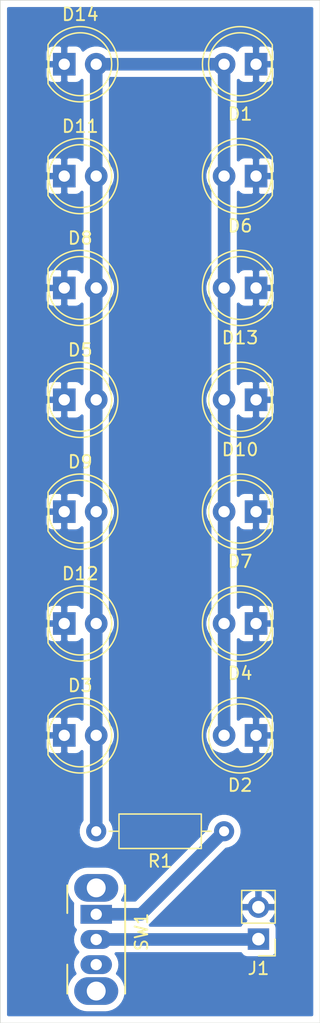
<source format=kicad_pcb>
(kicad_pcb (version 20171130) (host pcbnew 5.1.8-db9833491~88~ubuntu20.04.1)

  (general
    (thickness 1.6)
    (drawings 4)
    (tracks 7)
    (zones 0)
    (modules 17)
    (nets 5)
  )

  (page A4)
  (layers
    (0 F.Cu signal)
    (31 B.Cu signal)
    (32 B.Adhes user)
    (33 F.Adhes user)
    (34 B.Paste user)
    (35 F.Paste user)
    (36 B.SilkS user)
    (37 F.SilkS user)
    (38 B.Mask user)
    (39 F.Mask user)
    (40 Dwgs.User user)
    (41 Cmts.User user)
    (42 Eco1.User user)
    (43 Eco2.User user)
    (44 Edge.Cuts user)
    (45 Margin user)
    (46 B.CrtYd user)
    (47 F.CrtYd user)
    (48 B.Fab user)
    (49 F.Fab user)
  )

  (setup
    (last_trace_width 1)
    (user_trace_width 1)
    (trace_clearance 0.2)
    (zone_clearance 0.508)
    (zone_45_only no)
    (trace_min 0.2)
    (via_size 0.8)
    (via_drill 0.4)
    (via_min_size 0.4)
    (via_min_drill 0.3)
    (uvia_size 0.3)
    (uvia_drill 0.1)
    (uvias_allowed no)
    (uvia_min_size 0.2)
    (uvia_min_drill 0.1)
    (edge_width 0.05)
    (segment_width 0.2)
    (pcb_text_width 0.3)
    (pcb_text_size 1.5 1.5)
    (mod_edge_width 0.12)
    (mod_text_size 1 1)
    (mod_text_width 0.15)
    (pad_size 1.524 1.524)
    (pad_drill 0.762)
    (pad_to_mask_clearance 0)
    (aux_axis_origin 0 0)
    (visible_elements FFFFFF7F)
    (pcbplotparams
      (layerselection 0x010fc_ffffffff)
      (usegerberextensions false)
      (usegerberattributes true)
      (usegerberadvancedattributes true)
      (creategerberjobfile true)
      (excludeedgelayer true)
      (linewidth 0.100000)
      (plotframeref false)
      (viasonmask false)
      (mode 1)
      (useauxorigin false)
      (hpglpennumber 1)
      (hpglpenspeed 20)
      (hpglpendiameter 15.000000)
      (psnegative false)
      (psa4output false)
      (plotreference true)
      (plotvalue true)
      (plotinvisibletext false)
      (padsonsilk false)
      (subtractmaskfromsilk false)
      (outputformat 1)
      (mirror false)
      (drillshape 1)
      (scaleselection 1)
      (outputdirectory ""))
  )

  (net 0 "")
  (net 1 +9V)
  (net 2 Earth)
  (net 3 "Net-(J1-Pad1)")
  (net 4 "Net-(R1-Pad1)")

  (net_class Default "This is the default net class."
    (clearance 0.2)
    (trace_width 0.25)
    (via_dia 0.8)
    (via_drill 0.4)
    (uvia_dia 0.3)
    (uvia_drill 0.1)
    (add_net +9V)
    (add_net Earth)
    (add_net "Net-(J1-Pad1)")
    (add_net "Net-(R1-Pad1)")
  )

  (module Button_Switch_THT:SW_CuK_OS102011MA1QN1_SPDT_Angled (layer F.Cu) (tedit 5A02FE31) (tstamp 5FC3FF35)
    (at 132.08 99.31 270)
    (descr "CuK miniature slide switch, OS series, SPDT, right angle, http://www.ckswitches.com/media/1428/os.pdf")
    (tags "switch SPDT")
    (path /5FC5D272)
    (fp_text reference SW1 (at 1.4 -3.6 90) (layer F.SilkS)
      (effects (font (size 1 1) (thickness 0.15)))
    )
    (fp_text value SW_SPST (at 1.7 7.7 90) (layer F.Fab) hide
      (effects (font (size 1 1) (thickness 0.15)))
    )
    (fp_line (start -2.3 -2.2) (end 6.3 -2.2) (layer F.Fab) (width 0.1))
    (fp_line (start -2.3 -2.2) (end -2.3 2.2) (layer F.Fab) (width 0.1))
    (fp_line (start -2.3 2.2) (end 6.3 2.2) (layer F.Fab) (width 0.1))
    (fp_line (start 6.3 2.2) (end 6.3 -2.2) (layer F.Fab) (width 0.1))
    (fp_line (start 2 2.2) (end 2 6.2) (layer F.Fab) (width 0.1))
    (fp_line (start 2 6.2) (end 0 6.2) (layer F.Fab) (width 0.1))
    (fp_line (start 0 6.2) (end 0 2.2) (layer F.Fab) (width 0.1))
    (fp_line (start -2.3 -2.3) (end 6.3 -2.3) (layer F.SilkS) (width 0.15))
    (fp_line (start -2.3 2.3) (end -0.1 2.3) (layer F.SilkS) (width 0.15))
    (fp_line (start 4 2.3) (end 6.3 2.3) (layer F.SilkS) (width 0.15))
    (fp_line (start 7.7 -2.7) (end 7.7 6.7) (layer F.CrtYd) (width 0.05))
    (fp_line (start 7.7 6.7) (end -3.7 6.7) (layer F.CrtYd) (width 0.05))
    (fp_line (start -3.7 6.7) (end -3.7 -2.7) (layer F.CrtYd) (width 0.05))
    (fp_line (start -3.7 -2.7) (end 7.7 -2.7) (layer F.CrtYd) (width 0.05))
    (fp_text user %R (at 2.3 1.7 90) (layer F.Fab)
      (effects (font (size 0.5 0.5) (thickness 0.1)))
    )
    (pad "" thru_hole oval (at 6.1 0 270) (size 2.2 3.5) (drill 1.5) (layers *.Cu *.Mask))
    (pad "" thru_hole oval (at -2.1 0 270) (size 2.2 3.5) (drill 1.5) (layers *.Cu *.Mask))
    (pad 3 thru_hole oval (at 4 0 270) (size 1.5 2.5) (drill 0.9) (layers *.Cu *.Mask))
    (pad 2 thru_hole oval (at 2 0 270) (size 1.5 2.5) (drill 0.9) (layers *.Cu *.Mask)
      (net 3 "Net-(J1-Pad1)"))
    (pad 1 thru_hole rect (at 0 0 270) (size 1.5 2.5) (drill 0.9) (layers *.Cu *.Mask)
      (net 4 "Net-(R1-Pad1)"))
    (model ${KISYS3DMOD}/Button_Switch_THT.3dshapes/SW_CuK_OS102011MA1QN1_SPDT_Angled.wrl
      (at (xyz 0 0 0))
      (scale (xyz 1 1 1))
      (rotate (xyz 0 0 0))
    )
  )

  (module Resistor_THT:R_Axial_DIN0207_L6.3mm_D2.5mm_P10.16mm_Horizontal (layer F.Cu) (tedit 5AE5139B) (tstamp 5FC3FF1D)
    (at 142.24 92.71 180)
    (descr "Resistor, Axial_DIN0207 series, Axial, Horizontal, pin pitch=10.16mm, 0.25W = 1/4W, length*diameter=6.3*2.5mm^2, http://cdn-reichelt.de/documents/datenblatt/B400/1_4W%23YAG.pdf")
    (tags "Resistor Axial_DIN0207 series Axial Horizontal pin pitch 10.16mm 0.25W = 1/4W length 6.3mm diameter 2.5mm")
    (path /5FC650B9)
    (fp_text reference R1 (at 5.08 -2.37) (layer F.SilkS)
      (effects (font (size 1 1) (thickness 0.15)))
    )
    (fp_text value 10K (at 5.08 2.37) (layer F.Fab)
      (effects (font (size 1 1) (thickness 0.15)))
    )
    (fp_line (start 1.93 -1.25) (end 1.93 1.25) (layer F.Fab) (width 0.1))
    (fp_line (start 1.93 1.25) (end 8.23 1.25) (layer F.Fab) (width 0.1))
    (fp_line (start 8.23 1.25) (end 8.23 -1.25) (layer F.Fab) (width 0.1))
    (fp_line (start 8.23 -1.25) (end 1.93 -1.25) (layer F.Fab) (width 0.1))
    (fp_line (start 0 0) (end 1.93 0) (layer F.Fab) (width 0.1))
    (fp_line (start 10.16 0) (end 8.23 0) (layer F.Fab) (width 0.1))
    (fp_line (start 1.81 -1.37) (end 1.81 1.37) (layer F.SilkS) (width 0.12))
    (fp_line (start 1.81 1.37) (end 8.35 1.37) (layer F.SilkS) (width 0.12))
    (fp_line (start 8.35 1.37) (end 8.35 -1.37) (layer F.SilkS) (width 0.12))
    (fp_line (start 8.35 -1.37) (end 1.81 -1.37) (layer F.SilkS) (width 0.12))
    (fp_line (start 1.04 0) (end 1.81 0) (layer F.SilkS) (width 0.12))
    (fp_line (start 9.12 0) (end 8.35 0) (layer F.SilkS) (width 0.12))
    (fp_line (start -1.05 -1.5) (end -1.05 1.5) (layer F.CrtYd) (width 0.05))
    (fp_line (start -1.05 1.5) (end 11.21 1.5) (layer F.CrtYd) (width 0.05))
    (fp_line (start 11.21 1.5) (end 11.21 -1.5) (layer F.CrtYd) (width 0.05))
    (fp_line (start 11.21 -1.5) (end -1.05 -1.5) (layer F.CrtYd) (width 0.05))
    (fp_text user %R (at 5.08 0) (layer F.Fab)
      (effects (font (size 1 1) (thickness 0.15)))
    )
    (pad 2 thru_hole oval (at 10.16 0 180) (size 1.6 1.6) (drill 0.8) (layers *.Cu *.Mask)
      (net 1 +9V))
    (pad 1 thru_hole circle (at 0 0 180) (size 1.6 1.6) (drill 0.8) (layers *.Cu *.Mask)
      (net 4 "Net-(R1-Pad1)"))
    (model ${KISYS3DMOD}/Resistor_THT.3dshapes/R_Axial_DIN0207_L6.3mm_D2.5mm_P10.16mm_Horizontal.wrl
      (at (xyz 0 0 0))
      (scale (xyz 1 1 1))
      (rotate (xyz 0 0 0))
    )
  )

  (module Connector_PinHeader_2.54mm:PinHeader_1x02_P2.54mm_Vertical (layer F.Cu) (tedit 59FED5CC) (tstamp 5FC3FF06)
    (at 144.9705 101.2825 180)
    (descr "Through hole straight pin header, 1x02, 2.54mm pitch, single row")
    (tags "Through hole pin header THT 1x02 2.54mm single row")
    (path /5FC5E7C4)
    (fp_text reference J1 (at 0 -2.33) (layer F.SilkS)
      (effects (font (size 1 1) (thickness 0.15)))
    )
    (fp_text value Conn_01x02_Female (at 0 4.87) (layer F.Fab) hide
      (effects (font (size 1 1) (thickness 0.15)))
    )
    (fp_line (start -0.635 -1.27) (end 1.27 -1.27) (layer F.Fab) (width 0.1))
    (fp_line (start 1.27 -1.27) (end 1.27 3.81) (layer F.Fab) (width 0.1))
    (fp_line (start 1.27 3.81) (end -1.27 3.81) (layer F.Fab) (width 0.1))
    (fp_line (start -1.27 3.81) (end -1.27 -0.635) (layer F.Fab) (width 0.1))
    (fp_line (start -1.27 -0.635) (end -0.635 -1.27) (layer F.Fab) (width 0.1))
    (fp_line (start -1.33 3.87) (end 1.33 3.87) (layer F.SilkS) (width 0.12))
    (fp_line (start -1.33 1.27) (end -1.33 3.87) (layer F.SilkS) (width 0.12))
    (fp_line (start 1.33 1.27) (end 1.33 3.87) (layer F.SilkS) (width 0.12))
    (fp_line (start -1.33 1.27) (end 1.33 1.27) (layer F.SilkS) (width 0.12))
    (fp_line (start -1.33 0) (end -1.33 -1.33) (layer F.SilkS) (width 0.12))
    (fp_line (start -1.33 -1.33) (end 0 -1.33) (layer F.SilkS) (width 0.12))
    (fp_line (start -1.8 -1.8) (end -1.8 4.35) (layer F.CrtYd) (width 0.05))
    (fp_line (start -1.8 4.35) (end 1.8 4.35) (layer F.CrtYd) (width 0.05))
    (fp_line (start 1.8 4.35) (end 1.8 -1.8) (layer F.CrtYd) (width 0.05))
    (fp_line (start 1.8 -1.8) (end -1.8 -1.8) (layer F.CrtYd) (width 0.05))
    (fp_text user %R (at 0 1.27 90) (layer F.Fab)
      (effects (font (size 1 1) (thickness 0.15)))
    )
    (pad 2 thru_hole oval (at 0 2.54 180) (size 1.7 1.7) (drill 1) (layers *.Cu *.Mask)
      (net 2 Earth))
    (pad 1 thru_hole rect (at 0 0 180) (size 1.7 1.7) (drill 1) (layers *.Cu *.Mask)
      (net 3 "Net-(J1-Pad1)"))
    (model ${KISYS3DMOD}/Connector_PinHeader_2.54mm.3dshapes/PinHeader_1x02_P2.54mm_Vertical.wrl
      (at (xyz 0 0 0))
      (scale (xyz 1 1 1))
      (rotate (xyz 0 0 0))
    )
  )

  (module LED_THT:LED_D5.0mm_Clear (layer F.Cu) (tedit 5A6C9BC0) (tstamp 5FC3FEF0)
    (at 129.54 31.75)
    (descr "LED, diameter 5.0mm, 2 pins, http://cdn-reichelt.de/documents/datenblatt/A500/LL-504BC2E-009.pdf")
    (tags "LED diameter 5.0mm 2 pins")
    (path /5FC4025F)
    (fp_text reference D14 (at 1.27 -3.96) (layer F.SilkS)
      (effects (font (size 1 1) (thickness 0.15)))
    )
    (fp_text value LED (at 1.27 3.96) (layer F.Fab)
      (effects (font (size 1 1) (thickness 0.15)))
    )
    (fp_line (start -1.23 -1.469694) (end -1.23 1.469694) (layer F.Fab) (width 0.1))
    (fp_line (start -1.29 -1.545) (end -1.29 1.545) (layer F.SilkS) (width 0.12))
    (fp_line (start -1.95 -3.25) (end -1.95 3.25) (layer F.CrtYd) (width 0.05))
    (fp_line (start -1.95 3.25) (end 4.5 3.25) (layer F.CrtYd) (width 0.05))
    (fp_line (start 4.5 3.25) (end 4.5 -3.25) (layer F.CrtYd) (width 0.05))
    (fp_line (start 4.5 -3.25) (end -1.95 -3.25) (layer F.CrtYd) (width 0.05))
    (fp_circle (center 1.27 0) (end 3.77 0) (layer F.Fab) (width 0.1))
    (fp_circle (center 1.27 0) (end 3.77 0) (layer F.SilkS) (width 0.12))
    (fp_arc (start 1.27 0) (end -1.29 1.54483) (angle -148.9) (layer F.SilkS) (width 0.12))
    (fp_arc (start 1.27 0) (end -1.29 -1.54483) (angle 148.9) (layer F.SilkS) (width 0.12))
    (fp_arc (start 1.27 0) (end -1.23 -1.469694) (angle 299.1) (layer F.Fab) (width 0.1))
    (fp_text user %R (at 1.25 0) (layer F.Fab)
      (effects (font (size 0.8 0.8) (thickness 0.2)))
    )
    (pad 2 thru_hole circle (at 2.54 0) (size 1.8 1.8) (drill 0.9) (layers *.Cu *.Mask)
      (net 1 +9V))
    (pad 1 thru_hole rect (at 0 0) (size 1.8 1.8) (drill 0.9) (layers *.Cu *.Mask)
      (net 2 Earth))
    (model ${KISYS3DMOD}/LED_THT.3dshapes/LED_D5.0mm_Clear.wrl
      (at (xyz 0 0 0))
      (scale (xyz 1 1 1))
      (rotate (xyz 0 0 0))
    )
  )

  (module LED_THT:LED_D5.0mm_Clear (layer F.Cu) (tedit 5A6C9BC0) (tstamp 5FC3FEDE)
    (at 144.78 49.53 180)
    (descr "LED, diameter 5.0mm, 2 pins, http://cdn-reichelt.de/documents/datenblatt/A500/LL-504BC2E-009.pdf")
    (tags "LED diameter 5.0mm 2 pins")
    (path /5FC3FBF1)
    (fp_text reference D13 (at 1.27 -3.96) (layer F.SilkS)
      (effects (font (size 1 1) (thickness 0.15)))
    )
    (fp_text value LED (at 1.27 3.96) (layer F.Fab)
      (effects (font (size 1 1) (thickness 0.15)))
    )
    (fp_line (start -1.23 -1.469694) (end -1.23 1.469694) (layer F.Fab) (width 0.1))
    (fp_line (start -1.29 -1.545) (end -1.29 1.545) (layer F.SilkS) (width 0.12))
    (fp_line (start -1.95 -3.25) (end -1.95 3.25) (layer F.CrtYd) (width 0.05))
    (fp_line (start -1.95 3.25) (end 4.5 3.25) (layer F.CrtYd) (width 0.05))
    (fp_line (start 4.5 3.25) (end 4.5 -3.25) (layer F.CrtYd) (width 0.05))
    (fp_line (start 4.5 -3.25) (end -1.95 -3.25) (layer F.CrtYd) (width 0.05))
    (fp_circle (center 1.27 0) (end 3.77 0) (layer F.Fab) (width 0.1))
    (fp_circle (center 1.27 0) (end 3.77 0) (layer F.SilkS) (width 0.12))
    (fp_arc (start 1.27 0) (end -1.29 1.54483) (angle -148.9) (layer F.SilkS) (width 0.12))
    (fp_arc (start 1.27 0) (end -1.29 -1.54483) (angle 148.9) (layer F.SilkS) (width 0.12))
    (fp_arc (start 1.27 0) (end -1.23 -1.469694) (angle 299.1) (layer F.Fab) (width 0.1))
    (fp_text user %R (at 1.25 0) (layer F.Fab)
      (effects (font (size 0.8 0.8) (thickness 0.2)))
    )
    (pad 2 thru_hole circle (at 2.54 0 180) (size 1.8 1.8) (drill 0.9) (layers *.Cu *.Mask)
      (net 1 +9V))
    (pad 1 thru_hole rect (at 0 0 180) (size 1.8 1.8) (drill 0.9) (layers *.Cu *.Mask)
      (net 2 Earth))
    (model ${KISYS3DMOD}/LED_THT.3dshapes/LED_D5.0mm_Clear.wrl
      (at (xyz 0 0 0))
      (scale (xyz 1 1 1))
      (rotate (xyz 0 0 0))
    )
  )

  (module LED_THT:LED_D5.0mm_Clear (layer F.Cu) (tedit 5A6C9BC0) (tstamp 5FC408C1)
    (at 129.54 76.2)
    (descr "LED, diameter 5.0mm, 2 pins, http://cdn-reichelt.de/documents/datenblatt/A500/LL-504BC2E-009.pdf")
    (tags "LED diameter 5.0mm 2 pins")
    (path /5FC3F5B9)
    (fp_text reference D12 (at 1.27 -3.96) (layer F.SilkS)
      (effects (font (size 1 1) (thickness 0.15)))
    )
    (fp_text value LED (at 1.27 3.96) (layer F.Fab)
      (effects (font (size 1 1) (thickness 0.15)))
    )
    (fp_line (start -1.23 -1.469694) (end -1.23 1.469694) (layer F.Fab) (width 0.1))
    (fp_line (start -1.29 -1.545) (end -1.29 1.545) (layer F.SilkS) (width 0.12))
    (fp_line (start -1.95 -3.25) (end -1.95 3.25) (layer F.CrtYd) (width 0.05))
    (fp_line (start -1.95 3.25) (end 4.5 3.25) (layer F.CrtYd) (width 0.05))
    (fp_line (start 4.5 3.25) (end 4.5 -3.25) (layer F.CrtYd) (width 0.05))
    (fp_line (start 4.5 -3.25) (end -1.95 -3.25) (layer F.CrtYd) (width 0.05))
    (fp_circle (center 1.27 0) (end 3.77 0) (layer F.Fab) (width 0.1))
    (fp_circle (center 1.27 0) (end 3.77 0) (layer F.SilkS) (width 0.12))
    (fp_arc (start 1.27 0) (end -1.29 1.54483) (angle -148.9) (layer F.SilkS) (width 0.12))
    (fp_arc (start 1.27 0) (end -1.29 -1.54483) (angle 148.9) (layer F.SilkS) (width 0.12))
    (fp_arc (start 1.27 0) (end -1.23 -1.469694) (angle 299.1) (layer F.Fab) (width 0.1))
    (fp_text user %R (at 1.25 0) (layer F.Fab)
      (effects (font (size 0.8 0.8) (thickness 0.2)))
    )
    (pad 2 thru_hole circle (at 2.54 0) (size 1.8 1.8) (drill 0.9) (layers *.Cu *.Mask)
      (net 1 +9V))
    (pad 1 thru_hole rect (at 0 0) (size 1.8 1.8) (drill 0.9) (layers *.Cu *.Mask)
      (net 2 Earth))
    (model ${KISYS3DMOD}/LED_THT.3dshapes/LED_D5.0mm_Clear.wrl
      (at (xyz 0 0 0))
      (scale (xyz 1 1 1))
      (rotate (xyz 0 0 0))
    )
  )

  (module LED_THT:LED_D5.0mm_Clear (layer F.Cu) (tedit 5A6C9BC0) (tstamp 5FC3FEBA)
    (at 129.54 40.64)
    (descr "LED, diameter 5.0mm, 2 pins, http://cdn-reichelt.de/documents/datenblatt/A500/LL-504BC2E-009.pdf")
    (tags "LED diameter 5.0mm 2 pins")
    (path /5FC3EFEB)
    (fp_text reference D11 (at 1.27 -3.96) (layer F.SilkS)
      (effects (font (size 1 1) (thickness 0.15)))
    )
    (fp_text value LED (at 1.27 3.96) (layer F.Fab)
      (effects (font (size 1 1) (thickness 0.15)))
    )
    (fp_line (start -1.23 -1.469694) (end -1.23 1.469694) (layer F.Fab) (width 0.1))
    (fp_line (start -1.29 -1.545) (end -1.29 1.545) (layer F.SilkS) (width 0.12))
    (fp_line (start -1.95 -3.25) (end -1.95 3.25) (layer F.CrtYd) (width 0.05))
    (fp_line (start -1.95 3.25) (end 4.5 3.25) (layer F.CrtYd) (width 0.05))
    (fp_line (start 4.5 3.25) (end 4.5 -3.25) (layer F.CrtYd) (width 0.05))
    (fp_line (start 4.5 -3.25) (end -1.95 -3.25) (layer F.CrtYd) (width 0.05))
    (fp_circle (center 1.27 0) (end 3.77 0) (layer F.Fab) (width 0.1))
    (fp_circle (center 1.27 0) (end 3.77 0) (layer F.SilkS) (width 0.12))
    (fp_arc (start 1.27 0) (end -1.29 1.54483) (angle -148.9) (layer F.SilkS) (width 0.12))
    (fp_arc (start 1.27 0) (end -1.29 -1.54483) (angle 148.9) (layer F.SilkS) (width 0.12))
    (fp_arc (start 1.27 0) (end -1.23 -1.469694) (angle 299.1) (layer F.Fab) (width 0.1))
    (fp_text user %R (at 1.25 0) (layer F.Fab)
      (effects (font (size 0.8 0.8) (thickness 0.2)))
    )
    (pad 2 thru_hole circle (at 2.54 0) (size 1.8 1.8) (drill 0.9) (layers *.Cu *.Mask)
      (net 1 +9V))
    (pad 1 thru_hole rect (at 0 0) (size 1.8 1.8) (drill 0.9) (layers *.Cu *.Mask)
      (net 2 Earth))
    (model ${KISYS3DMOD}/LED_THT.3dshapes/LED_D5.0mm_Clear.wrl
      (at (xyz 0 0 0))
      (scale (xyz 1 1 1))
      (rotate (xyz 0 0 0))
    )
  )

  (module LED_THT:LED_D5.0mm_Clear (layer F.Cu) (tedit 5A6C9BC0) (tstamp 5FC3FEA8)
    (at 144.78 58.42 180)
    (descr "LED, diameter 5.0mm, 2 pins, http://cdn-reichelt.de/documents/datenblatt/A500/LL-504BC2E-009.pdf")
    (tags "LED diameter 5.0mm 2 pins")
    (path /5FC3E9F3)
    (fp_text reference D10 (at 1.27 -3.96) (layer F.SilkS)
      (effects (font (size 1 1) (thickness 0.15)))
    )
    (fp_text value LED (at 1.27 3.96) (layer F.Fab)
      (effects (font (size 1 1) (thickness 0.15)))
    )
    (fp_line (start -1.23 -1.469694) (end -1.23 1.469694) (layer F.Fab) (width 0.1))
    (fp_line (start -1.29 -1.545) (end -1.29 1.545) (layer F.SilkS) (width 0.12))
    (fp_line (start -1.95 -3.25) (end -1.95 3.25) (layer F.CrtYd) (width 0.05))
    (fp_line (start -1.95 3.25) (end 4.5 3.25) (layer F.CrtYd) (width 0.05))
    (fp_line (start 4.5 3.25) (end 4.5 -3.25) (layer F.CrtYd) (width 0.05))
    (fp_line (start 4.5 -3.25) (end -1.95 -3.25) (layer F.CrtYd) (width 0.05))
    (fp_circle (center 1.27 0) (end 3.77 0) (layer F.Fab) (width 0.1))
    (fp_circle (center 1.27 0) (end 3.77 0) (layer F.SilkS) (width 0.12))
    (fp_arc (start 1.27 0) (end -1.29 1.54483) (angle -148.9) (layer F.SilkS) (width 0.12))
    (fp_arc (start 1.27 0) (end -1.29 -1.54483) (angle 148.9) (layer F.SilkS) (width 0.12))
    (fp_arc (start 1.27 0) (end -1.23 -1.469694) (angle 299.1) (layer F.Fab) (width 0.1))
    (fp_text user %R (at 1.25 0) (layer F.Fab)
      (effects (font (size 0.8 0.8) (thickness 0.2)))
    )
    (pad 2 thru_hole circle (at 2.54 0 180) (size 1.8 1.8) (drill 0.9) (layers *.Cu *.Mask)
      (net 1 +9V))
    (pad 1 thru_hole rect (at 0 0 180) (size 1.8 1.8) (drill 0.9) (layers *.Cu *.Mask)
      (net 2 Earth))
    (model ${KISYS3DMOD}/LED_THT.3dshapes/LED_D5.0mm_Clear.wrl
      (at (xyz 0 0 0))
      (scale (xyz 1 1 1))
      (rotate (xyz 0 0 0))
    )
  )

  (module LED_THT:LED_D5.0mm_Clear (layer F.Cu) (tedit 5A6C9BC0) (tstamp 5FC3FE96)
    (at 129.54 67.31)
    (descr "LED, diameter 5.0mm, 2 pins, http://cdn-reichelt.de/documents/datenblatt/A500/LL-504BC2E-009.pdf")
    (tags "LED diameter 5.0mm 2 pins")
    (path /5FC3E56D)
    (fp_text reference D9 (at 1.27 -3.96) (layer F.SilkS)
      (effects (font (size 1 1) (thickness 0.15)))
    )
    (fp_text value LED (at 1.27 3.96) (layer F.Fab)
      (effects (font (size 1 1) (thickness 0.15)))
    )
    (fp_line (start -1.23 -1.469694) (end -1.23 1.469694) (layer F.Fab) (width 0.1))
    (fp_line (start -1.29 -1.545) (end -1.29 1.545) (layer F.SilkS) (width 0.12))
    (fp_line (start -1.95 -3.25) (end -1.95 3.25) (layer F.CrtYd) (width 0.05))
    (fp_line (start -1.95 3.25) (end 4.5 3.25) (layer F.CrtYd) (width 0.05))
    (fp_line (start 4.5 3.25) (end 4.5 -3.25) (layer F.CrtYd) (width 0.05))
    (fp_line (start 4.5 -3.25) (end -1.95 -3.25) (layer F.CrtYd) (width 0.05))
    (fp_circle (center 1.27 0) (end 3.77 0) (layer F.Fab) (width 0.1))
    (fp_circle (center 1.27 0) (end 3.77 0) (layer F.SilkS) (width 0.12))
    (fp_arc (start 1.27 0) (end -1.29 1.54483) (angle -148.9) (layer F.SilkS) (width 0.12))
    (fp_arc (start 1.27 0) (end -1.29 -1.54483) (angle 148.9) (layer F.SilkS) (width 0.12))
    (fp_arc (start 1.27 0) (end -1.23 -1.469694) (angle 299.1) (layer F.Fab) (width 0.1))
    (fp_text user %R (at 1.25 0) (layer F.Fab)
      (effects (font (size 0.8 0.8) (thickness 0.2)))
    )
    (pad 2 thru_hole circle (at 2.54 0) (size 1.8 1.8) (drill 0.9) (layers *.Cu *.Mask)
      (net 1 +9V))
    (pad 1 thru_hole rect (at 0 0) (size 1.8 1.8) (drill 0.9) (layers *.Cu *.Mask)
      (net 2 Earth))
    (model ${KISYS3DMOD}/LED_THT.3dshapes/LED_D5.0mm_Clear.wrl
      (at (xyz 0 0 0))
      (scale (xyz 1 1 1))
      (rotate (xyz 0 0 0))
    )
  )

  (module LED_THT:LED_D5.0mm_Clear (layer F.Cu) (tedit 5A6C9BC0) (tstamp 5FC3FE84)
    (at 129.54 49.53)
    (descr "LED, diameter 5.0mm, 2 pins, http://cdn-reichelt.de/documents/datenblatt/A500/LL-504BC2E-009.pdf")
    (tags "LED diameter 5.0mm 2 pins")
    (path /5FC3D4F0)
    (fp_text reference D8 (at 1.27 -3.96) (layer F.SilkS)
      (effects (font (size 1 1) (thickness 0.15)))
    )
    (fp_text value LED (at 1.27 3.96) (layer F.Fab)
      (effects (font (size 1 1) (thickness 0.15)))
    )
    (fp_line (start -1.23 -1.469694) (end -1.23 1.469694) (layer F.Fab) (width 0.1))
    (fp_line (start -1.29 -1.545) (end -1.29 1.545) (layer F.SilkS) (width 0.12))
    (fp_line (start -1.95 -3.25) (end -1.95 3.25) (layer F.CrtYd) (width 0.05))
    (fp_line (start -1.95 3.25) (end 4.5 3.25) (layer F.CrtYd) (width 0.05))
    (fp_line (start 4.5 3.25) (end 4.5 -3.25) (layer F.CrtYd) (width 0.05))
    (fp_line (start 4.5 -3.25) (end -1.95 -3.25) (layer F.CrtYd) (width 0.05))
    (fp_circle (center 1.27 0) (end 3.77 0) (layer F.Fab) (width 0.1))
    (fp_circle (center 1.27 0) (end 3.77 0) (layer F.SilkS) (width 0.12))
    (fp_arc (start 1.27 0) (end -1.29 1.54483) (angle -148.9) (layer F.SilkS) (width 0.12))
    (fp_arc (start 1.27 0) (end -1.29 -1.54483) (angle 148.9) (layer F.SilkS) (width 0.12))
    (fp_arc (start 1.27 0) (end -1.23 -1.469694) (angle 299.1) (layer F.Fab) (width 0.1))
    (fp_text user %R (at 1.25 0) (layer F.Fab)
      (effects (font (size 0.8 0.8) (thickness 0.2)))
    )
    (pad 2 thru_hole circle (at 2.54 0) (size 1.8 1.8) (drill 0.9) (layers *.Cu *.Mask)
      (net 1 +9V))
    (pad 1 thru_hole rect (at 0 0) (size 1.8 1.8) (drill 0.9) (layers *.Cu *.Mask)
      (net 2 Earth))
    (model ${KISYS3DMOD}/LED_THT.3dshapes/LED_D5.0mm_Clear.wrl
      (at (xyz 0 0 0))
      (scale (xyz 1 1 1))
      (rotate (xyz 0 0 0))
    )
  )

  (module LED_THT:LED_D5.0mm_Clear (layer F.Cu) (tedit 5A6C9BC0) (tstamp 5FC3FE72)
    (at 144.78 67.31 180)
    (descr "LED, diameter 5.0mm, 2 pins, http://cdn-reichelt.de/documents/datenblatt/A500/LL-504BC2E-009.pdf")
    (tags "LED diameter 5.0mm 2 pins")
    (path /5FC40259)
    (fp_text reference D7 (at 1.27 -3.96) (layer F.SilkS)
      (effects (font (size 1 1) (thickness 0.15)))
    )
    (fp_text value LED (at 1.27 3.96) (layer F.Fab)
      (effects (font (size 1 1) (thickness 0.15)))
    )
    (fp_line (start -1.23 -1.469694) (end -1.23 1.469694) (layer F.Fab) (width 0.1))
    (fp_line (start -1.29 -1.545) (end -1.29 1.545) (layer F.SilkS) (width 0.12))
    (fp_line (start -1.95 -3.25) (end -1.95 3.25) (layer F.CrtYd) (width 0.05))
    (fp_line (start -1.95 3.25) (end 4.5 3.25) (layer F.CrtYd) (width 0.05))
    (fp_line (start 4.5 3.25) (end 4.5 -3.25) (layer F.CrtYd) (width 0.05))
    (fp_line (start 4.5 -3.25) (end -1.95 -3.25) (layer F.CrtYd) (width 0.05))
    (fp_circle (center 1.27 0) (end 3.77 0) (layer F.Fab) (width 0.1))
    (fp_circle (center 1.27 0) (end 3.77 0) (layer F.SilkS) (width 0.12))
    (fp_arc (start 1.27 0) (end -1.29 1.54483) (angle -148.9) (layer F.SilkS) (width 0.12))
    (fp_arc (start 1.27 0) (end -1.29 -1.54483) (angle 148.9) (layer F.SilkS) (width 0.12))
    (fp_arc (start 1.27 0) (end -1.23 -1.469694) (angle 299.1) (layer F.Fab) (width 0.1))
    (fp_text user %R (at 1.25 0) (layer F.Fab)
      (effects (font (size 0.8 0.8) (thickness 0.2)))
    )
    (pad 2 thru_hole circle (at 2.54 0 180) (size 1.8 1.8) (drill 0.9) (layers *.Cu *.Mask)
      (net 1 +9V))
    (pad 1 thru_hole rect (at 0 0 180) (size 1.8 1.8) (drill 0.9) (layers *.Cu *.Mask)
      (net 2 Earth))
    (model ${KISYS3DMOD}/LED_THT.3dshapes/LED_D5.0mm_Clear.wrl
      (at (xyz 0 0 0))
      (scale (xyz 1 1 1))
      (rotate (xyz 0 0 0))
    )
  )

  (module LED_THT:LED_D5.0mm_Clear (layer F.Cu) (tedit 5A6C9BC0) (tstamp 5FC3FE60)
    (at 144.78 40.64 180)
    (descr "LED, diameter 5.0mm, 2 pins, http://cdn-reichelt.de/documents/datenblatt/A500/LL-504BC2E-009.pdf")
    (tags "LED diameter 5.0mm 2 pins")
    (path /5FC3FBEB)
    (fp_text reference D6 (at 1.27 -3.96) (layer F.SilkS)
      (effects (font (size 1 1) (thickness 0.15)))
    )
    (fp_text value LED (at 1.27 3.96) (layer F.Fab)
      (effects (font (size 1 1) (thickness 0.15)))
    )
    (fp_line (start -1.23 -1.469694) (end -1.23 1.469694) (layer F.Fab) (width 0.1))
    (fp_line (start -1.29 -1.545) (end -1.29 1.545) (layer F.SilkS) (width 0.12))
    (fp_line (start -1.95 -3.25) (end -1.95 3.25) (layer F.CrtYd) (width 0.05))
    (fp_line (start -1.95 3.25) (end 4.5 3.25) (layer F.CrtYd) (width 0.05))
    (fp_line (start 4.5 3.25) (end 4.5 -3.25) (layer F.CrtYd) (width 0.05))
    (fp_line (start 4.5 -3.25) (end -1.95 -3.25) (layer F.CrtYd) (width 0.05))
    (fp_circle (center 1.27 0) (end 3.77 0) (layer F.Fab) (width 0.1))
    (fp_circle (center 1.27 0) (end 3.77 0) (layer F.SilkS) (width 0.12))
    (fp_arc (start 1.27 0) (end -1.29 1.54483) (angle -148.9) (layer F.SilkS) (width 0.12))
    (fp_arc (start 1.27 0) (end -1.29 -1.54483) (angle 148.9) (layer F.SilkS) (width 0.12))
    (fp_arc (start 1.27 0) (end -1.23 -1.469694) (angle 299.1) (layer F.Fab) (width 0.1))
    (fp_text user %R (at 1.25 0) (layer F.Fab)
      (effects (font (size 0.8 0.8) (thickness 0.2)))
    )
    (pad 2 thru_hole circle (at 2.54 0 180) (size 1.8 1.8) (drill 0.9) (layers *.Cu *.Mask)
      (net 1 +9V))
    (pad 1 thru_hole rect (at 0 0 180) (size 1.8 1.8) (drill 0.9) (layers *.Cu *.Mask)
      (net 2 Earth))
    (model ${KISYS3DMOD}/LED_THT.3dshapes/LED_D5.0mm_Clear.wrl
      (at (xyz 0 0 0))
      (scale (xyz 1 1 1))
      (rotate (xyz 0 0 0))
    )
  )

  (module LED_THT:LED_D5.0mm_Clear (layer F.Cu) (tedit 5A6C9BC0) (tstamp 5FC3FE4E)
    (at 129.54 58.42)
    (descr "LED, diameter 5.0mm, 2 pins, http://cdn-reichelt.de/documents/datenblatt/A500/LL-504BC2E-009.pdf")
    (tags "LED diameter 5.0mm 2 pins")
    (path /5FC3F5B3)
    (fp_text reference D5 (at 1.27 -3.96) (layer F.SilkS)
      (effects (font (size 1 1) (thickness 0.15)))
    )
    (fp_text value LED (at 1.27 3.96) (layer F.Fab)
      (effects (font (size 1 1) (thickness 0.15)))
    )
    (fp_line (start -1.23 -1.469694) (end -1.23 1.469694) (layer F.Fab) (width 0.1))
    (fp_line (start -1.29 -1.545) (end -1.29 1.545) (layer F.SilkS) (width 0.12))
    (fp_line (start -1.95 -3.25) (end -1.95 3.25) (layer F.CrtYd) (width 0.05))
    (fp_line (start -1.95 3.25) (end 4.5 3.25) (layer F.CrtYd) (width 0.05))
    (fp_line (start 4.5 3.25) (end 4.5 -3.25) (layer F.CrtYd) (width 0.05))
    (fp_line (start 4.5 -3.25) (end -1.95 -3.25) (layer F.CrtYd) (width 0.05))
    (fp_circle (center 1.27 0) (end 3.77 0) (layer F.Fab) (width 0.1))
    (fp_circle (center 1.27 0) (end 3.77 0) (layer F.SilkS) (width 0.12))
    (fp_arc (start 1.27 0) (end -1.29 1.54483) (angle -148.9) (layer F.SilkS) (width 0.12))
    (fp_arc (start 1.27 0) (end -1.29 -1.54483) (angle 148.9) (layer F.SilkS) (width 0.12))
    (fp_arc (start 1.27 0) (end -1.23 -1.469694) (angle 299.1) (layer F.Fab) (width 0.1))
    (fp_text user %R (at 1.25 0) (layer F.Fab)
      (effects (font (size 0.8 0.8) (thickness 0.2)))
    )
    (pad 2 thru_hole circle (at 2.54 0) (size 1.8 1.8) (drill 0.9) (layers *.Cu *.Mask)
      (net 1 +9V))
    (pad 1 thru_hole rect (at 0 0) (size 1.8 1.8) (drill 0.9) (layers *.Cu *.Mask)
      (net 2 Earth))
    (model ${KISYS3DMOD}/LED_THT.3dshapes/LED_D5.0mm_Clear.wrl
      (at (xyz 0 0 0))
      (scale (xyz 1 1 1))
      (rotate (xyz 0 0 0))
    )
  )

  (module LED_THT:LED_D5.0mm_Clear (layer F.Cu) (tedit 5A6C9BC0) (tstamp 5FC3FE3C)
    (at 144.78 76.2 180)
    (descr "LED, diameter 5.0mm, 2 pins, http://cdn-reichelt.de/documents/datenblatt/A500/LL-504BC2E-009.pdf")
    (tags "LED diameter 5.0mm 2 pins")
    (path /5FC3EFE5)
    (fp_text reference D4 (at 1.27 -3.96) (layer F.SilkS)
      (effects (font (size 1 1) (thickness 0.15)))
    )
    (fp_text value LED (at 1.27 3.96) (layer F.Fab)
      (effects (font (size 1 1) (thickness 0.15)))
    )
    (fp_line (start -1.23 -1.469694) (end -1.23 1.469694) (layer F.Fab) (width 0.1))
    (fp_line (start -1.29 -1.545) (end -1.29 1.545) (layer F.SilkS) (width 0.12))
    (fp_line (start -1.95 -3.25) (end -1.95 3.25) (layer F.CrtYd) (width 0.05))
    (fp_line (start -1.95 3.25) (end 4.5 3.25) (layer F.CrtYd) (width 0.05))
    (fp_line (start 4.5 3.25) (end 4.5 -3.25) (layer F.CrtYd) (width 0.05))
    (fp_line (start 4.5 -3.25) (end -1.95 -3.25) (layer F.CrtYd) (width 0.05))
    (fp_circle (center 1.27 0) (end 3.77 0) (layer F.Fab) (width 0.1))
    (fp_circle (center 1.27 0) (end 3.77 0) (layer F.SilkS) (width 0.12))
    (fp_arc (start 1.27 0) (end -1.29 1.54483) (angle -148.9) (layer F.SilkS) (width 0.12))
    (fp_arc (start 1.27 0) (end -1.29 -1.54483) (angle 148.9) (layer F.SilkS) (width 0.12))
    (fp_arc (start 1.27 0) (end -1.23 -1.469694) (angle 299.1) (layer F.Fab) (width 0.1))
    (fp_text user %R (at 1.25 0) (layer F.Fab)
      (effects (font (size 0.8 0.8) (thickness 0.2)))
    )
    (pad 2 thru_hole circle (at 2.54 0 180) (size 1.8 1.8) (drill 0.9) (layers *.Cu *.Mask)
      (net 1 +9V))
    (pad 1 thru_hole rect (at 0 0 180) (size 1.8 1.8) (drill 0.9) (layers *.Cu *.Mask)
      (net 2 Earth))
    (model ${KISYS3DMOD}/LED_THT.3dshapes/LED_D5.0mm_Clear.wrl
      (at (xyz 0 0 0))
      (scale (xyz 1 1 1))
      (rotate (xyz 0 0 0))
    )
  )

  (module LED_THT:LED_D5.0mm_Clear (layer F.Cu) (tedit 5A6C9BC0) (tstamp 5FC406DC)
    (at 129.54 85.09)
    (descr "LED, diameter 5.0mm, 2 pins, http://cdn-reichelt.de/documents/datenblatt/A500/LL-504BC2E-009.pdf")
    (tags "LED diameter 5.0mm 2 pins")
    (path /5FC3E9ED)
    (fp_text reference D3 (at 1.27 -3.96) (layer F.SilkS)
      (effects (font (size 1 1) (thickness 0.15)))
    )
    (fp_text value LED (at 1.27 3.96) (layer F.Fab)
      (effects (font (size 1 1) (thickness 0.15)))
    )
    (fp_line (start -1.23 -1.469694) (end -1.23 1.469694) (layer F.Fab) (width 0.1))
    (fp_line (start -1.29 -1.545) (end -1.29 1.545) (layer F.SilkS) (width 0.12))
    (fp_line (start -1.95 -3.25) (end -1.95 3.25) (layer F.CrtYd) (width 0.05))
    (fp_line (start -1.95 3.25) (end 4.5 3.25) (layer F.CrtYd) (width 0.05))
    (fp_line (start 4.5 3.25) (end 4.5 -3.25) (layer F.CrtYd) (width 0.05))
    (fp_line (start 4.5 -3.25) (end -1.95 -3.25) (layer F.CrtYd) (width 0.05))
    (fp_circle (center 1.27 0) (end 3.77 0) (layer F.Fab) (width 0.1))
    (fp_circle (center 1.27 0) (end 3.77 0) (layer F.SilkS) (width 0.12))
    (fp_arc (start 1.27 0) (end -1.29 1.54483) (angle -148.9) (layer F.SilkS) (width 0.12))
    (fp_arc (start 1.27 0) (end -1.29 -1.54483) (angle 148.9) (layer F.SilkS) (width 0.12))
    (fp_arc (start 1.27 0) (end -1.23 -1.469694) (angle 299.1) (layer F.Fab) (width 0.1))
    (fp_text user %R (at 1.25 0) (layer F.Fab)
      (effects (font (size 0.8 0.8) (thickness 0.2)))
    )
    (pad 2 thru_hole circle (at 2.54 0) (size 1.8 1.8) (drill 0.9) (layers *.Cu *.Mask)
      (net 1 +9V))
    (pad 1 thru_hole rect (at 0 0) (size 1.8 1.8) (drill 0.9) (layers *.Cu *.Mask)
      (net 2 Earth))
    (model ${KISYS3DMOD}/LED_THT.3dshapes/LED_D5.0mm_Clear.wrl
      (at (xyz 0 0 0))
      (scale (xyz 1 1 1))
      (rotate (xyz 0 0 0))
    )
  )

  (module LED_THT:LED_D5.0mm_Clear (layer F.Cu) (tedit 5A6C9BC0) (tstamp 5FC3FE18)
    (at 144.78 85.09 180)
    (descr "LED, diameter 5.0mm, 2 pins, http://cdn-reichelt.de/documents/datenblatt/A500/LL-504BC2E-009.pdf")
    (tags "LED diameter 5.0mm 2 pins")
    (path /5FC3E567)
    (fp_text reference D2 (at 1.27 -3.96) (layer F.SilkS)
      (effects (font (size 1 1) (thickness 0.15)))
    )
    (fp_text value LED (at 1.27 3.96) (layer F.Fab)
      (effects (font (size 1 1) (thickness 0.15)))
    )
    (fp_line (start -1.23 -1.469694) (end -1.23 1.469694) (layer F.Fab) (width 0.1))
    (fp_line (start -1.29 -1.545) (end -1.29 1.545) (layer F.SilkS) (width 0.12))
    (fp_line (start -1.95 -3.25) (end -1.95 3.25) (layer F.CrtYd) (width 0.05))
    (fp_line (start -1.95 3.25) (end 4.5 3.25) (layer F.CrtYd) (width 0.05))
    (fp_line (start 4.5 3.25) (end 4.5 -3.25) (layer F.CrtYd) (width 0.05))
    (fp_line (start 4.5 -3.25) (end -1.95 -3.25) (layer F.CrtYd) (width 0.05))
    (fp_circle (center 1.27 0) (end 3.77 0) (layer F.Fab) (width 0.1))
    (fp_circle (center 1.27 0) (end 3.77 0) (layer F.SilkS) (width 0.12))
    (fp_arc (start 1.27 0) (end -1.29 1.54483) (angle -148.9) (layer F.SilkS) (width 0.12))
    (fp_arc (start 1.27 0) (end -1.29 -1.54483) (angle 148.9) (layer F.SilkS) (width 0.12))
    (fp_arc (start 1.27 0) (end -1.23 -1.469694) (angle 299.1) (layer F.Fab) (width 0.1))
    (fp_text user %R (at 1.25 0) (layer F.Fab)
      (effects (font (size 0.8 0.8) (thickness 0.2)))
    )
    (pad 2 thru_hole circle (at 2.54 0 180) (size 1.8 1.8) (drill 0.9) (layers *.Cu *.Mask)
      (net 1 +9V))
    (pad 1 thru_hole rect (at 0 0 180) (size 1.8 1.8) (drill 0.9) (layers *.Cu *.Mask)
      (net 2 Earth))
    (model ${KISYS3DMOD}/LED_THT.3dshapes/LED_D5.0mm_Clear.wrl
      (at (xyz 0 0 0))
      (scale (xyz 1 1 1))
      (rotate (xyz 0 0 0))
    )
  )

  (module LED_THT:LED_D5.0mm_Clear (layer F.Cu) (tedit 5A6C9BC0) (tstamp 5FC3FE06)
    (at 144.78 31.75 180)
    (descr "LED, diameter 5.0mm, 2 pins, http://cdn-reichelt.de/documents/datenblatt/A500/LL-504BC2E-009.pdf")
    (tags "LED diameter 5.0mm 2 pins")
    (path /5FC3CB2D)
    (fp_text reference D1 (at 1.27 -3.96) (layer F.SilkS)
      (effects (font (size 1 1) (thickness 0.15)))
    )
    (fp_text value LED (at 1.27 3.96) (layer F.Fab)
      (effects (font (size 1 1) (thickness 0.15)))
    )
    (fp_line (start -1.23 -1.469694) (end -1.23 1.469694) (layer F.Fab) (width 0.1))
    (fp_line (start -1.29 -1.545) (end -1.29 1.545) (layer F.SilkS) (width 0.12))
    (fp_line (start -1.95 -3.25) (end -1.95 3.25) (layer F.CrtYd) (width 0.05))
    (fp_line (start -1.95 3.25) (end 4.5 3.25) (layer F.CrtYd) (width 0.05))
    (fp_line (start 4.5 3.25) (end 4.5 -3.25) (layer F.CrtYd) (width 0.05))
    (fp_line (start 4.5 -3.25) (end -1.95 -3.25) (layer F.CrtYd) (width 0.05))
    (fp_circle (center 1.27 0) (end 3.77 0) (layer F.Fab) (width 0.1))
    (fp_circle (center 1.27 0) (end 3.77 0) (layer F.SilkS) (width 0.12))
    (fp_arc (start 1.27 0) (end -1.29 1.54483) (angle -148.9) (layer F.SilkS) (width 0.12))
    (fp_arc (start 1.27 0) (end -1.29 -1.54483) (angle 148.9) (layer F.SilkS) (width 0.12))
    (fp_arc (start 1.27 0) (end -1.23 -1.469694) (angle 299.1) (layer F.Fab) (width 0.1))
    (fp_text user %R (at 1.25 0) (layer F.Fab)
      (effects (font (size 0.8 0.8) (thickness 0.2)))
    )
    (pad 2 thru_hole circle (at 2.54 0 180) (size 1.8 1.8) (drill 0.9) (layers *.Cu *.Mask)
      (net 1 +9V))
    (pad 1 thru_hole rect (at 0 0 180) (size 1.8 1.8) (drill 0.9) (layers *.Cu *.Mask)
      (net 2 Earth))
    (model ${KISYS3DMOD}/LED_THT.3dshapes/LED_D5.0mm_Clear.wrl
      (at (xyz 0 0 0))
      (scale (xyz 1 1 1))
      (rotate (xyz 0 0 0))
    )
  )

  (gr_line (start 124.46 107.95) (end 124.46 26.67) (layer Edge.Cuts) (width 0.05) (tstamp 5FC40C99))
  (gr_line (start 149.86 107.95) (end 124.46 107.95) (layer Edge.Cuts) (width 0.05))
  (gr_line (start 149.86 26.67) (end 149.86 107.95) (layer Edge.Cuts) (width 0.05))
  (gr_line (start 124.46 26.67) (end 149.86 26.67) (layer Edge.Cuts) (width 0.05))

  (segment (start 132.08 92.71) (end 132.08 31.75) (width 1) (layer B.Cu) (net 1))
  (segment (start 142.24 85.09) (end 142.24 31.75) (width 1) (layer B.Cu) (net 1))
  (segment (start 132.08 31.75) (end 142.24 31.75) (width 1) (layer B.Cu) (net 1))
  (segment (start 144.943 101.31) (end 144.9705 101.2825) (width 1) (layer B.Cu) (net 3))
  (segment (start 132.08 101.31) (end 144.943 101.31) (width 1) (layer B.Cu) (net 3))
  (segment (start 135.64 99.31) (end 142.24 92.71) (width 1) (layer B.Cu) (net 4))
  (segment (start 132.08 99.31) (end 135.64 99.31) (width 1) (layer B.Cu) (net 4))

  (zone (net 2) (net_name Earth) (layer B.Cu) (tstamp 0) (hatch edge 0.508)
    (connect_pads (clearance 0.508))
    (min_thickness 0.254)
    (fill yes (arc_segments 32) (thermal_gap 0.508) (thermal_bridge_width 0.508))
    (polygon
      (pts
        (xy 149.86 107.95) (xy 124.46 107.95) (xy 124.46 26.67) (xy 149.86 26.67)
      )
    )
    (filled_polygon
      (pts
        (xy 149.200001 107.29) (xy 125.12 107.29) (xy 125.12 97.21) (xy 129.686606 97.21) (xy 129.720105 97.550119)
        (xy 129.819314 97.877168) (xy 129.980421 98.178578) (xy 130.197234 98.442766) (xy 130.203008 98.447504) (xy 130.191928 98.56)
        (xy 130.191928 100.06) (xy 130.204188 100.184482) (xy 130.240498 100.30418) (xy 130.299463 100.414494) (xy 130.378815 100.511185)
        (xy 130.41894 100.544114) (xy 130.294236 100.777419) (xy 130.21504 101.038493) (xy 130.188299 101.31) (xy 130.21504 101.581507)
        (xy 130.294236 101.842581) (xy 130.422843 102.083188) (xy 130.595919 102.294081) (xy 130.615316 102.31) (xy 130.595919 102.325919)
        (xy 130.422843 102.536812) (xy 130.294236 102.777419) (xy 130.21504 103.038493) (xy 130.188299 103.31) (xy 130.21504 103.581507)
        (xy 130.294236 103.842581) (xy 130.388994 104.019861) (xy 130.197234 104.177234) (xy 129.980421 104.441422) (xy 129.819314 104.742832)
        (xy 129.720105 105.069881) (xy 129.686606 105.41) (xy 129.720105 105.750119) (xy 129.819314 106.077168) (xy 129.980421 106.378578)
        (xy 130.197234 106.642766) (xy 130.461422 106.859579) (xy 130.762832 107.020686) (xy 131.089881 107.119895) (xy 131.344775 107.145)
        (xy 132.815225 107.145) (xy 133.070119 107.119895) (xy 133.397168 107.020686) (xy 133.698578 106.859579) (xy 133.962766 106.642766)
        (xy 134.179579 106.378578) (xy 134.340686 106.077168) (xy 134.439895 105.750119) (xy 134.473394 105.41) (xy 134.439895 105.069881)
        (xy 134.340686 104.742832) (xy 134.179579 104.441422) (xy 133.962766 104.177234) (xy 133.771006 104.019861) (xy 133.865764 103.842581)
        (xy 133.94496 103.581507) (xy 133.971701 103.31) (xy 133.94496 103.038493) (xy 133.865764 102.777419) (xy 133.737157 102.536812)
        (xy 133.661809 102.445) (xy 143.567516 102.445) (xy 143.589963 102.486994) (xy 143.669315 102.583685) (xy 143.766006 102.663037)
        (xy 143.87632 102.722002) (xy 143.996018 102.758312) (xy 144.1205 102.770572) (xy 145.8205 102.770572) (xy 145.944982 102.758312)
        (xy 146.06468 102.722002) (xy 146.174994 102.663037) (xy 146.271685 102.583685) (xy 146.351037 102.486994) (xy 146.410002 102.37668)
        (xy 146.446312 102.256982) (xy 146.458572 102.1325) (xy 146.458572 100.4325) (xy 146.446312 100.308018) (xy 146.410002 100.18832)
        (xy 146.351037 100.078006) (xy 146.271685 99.981315) (xy 146.174994 99.901963) (xy 146.06468 99.842998) (xy 145.984034 99.818534)
        (xy 146.068088 99.742769) (xy 146.242141 99.50942) (xy 146.367325 99.246599) (xy 146.411976 99.09939) (xy 146.290655 98.8695)
        (xy 145.0975 98.8695) (xy 145.0975 98.8895) (xy 144.8435 98.8895) (xy 144.8435 98.8695) (xy 143.650345 98.8695)
        (xy 143.529024 99.09939) (xy 143.573675 99.246599) (xy 143.698859 99.50942) (xy 143.872912 99.742769) (xy 143.956966 99.818534)
        (xy 143.87632 99.842998) (xy 143.766006 99.901963) (xy 143.669315 99.981315) (xy 143.589963 100.078006) (xy 143.538118 100.175)
        (xy 136.375105 100.175) (xy 136.446449 100.116449) (xy 136.481996 100.073135) (xy 138.169521 98.38561) (xy 143.529024 98.38561)
        (xy 143.650345 98.6155) (xy 144.8435 98.6155) (xy 144.8435 97.421686) (xy 145.0975 97.421686) (xy 145.0975 98.6155)
        (xy 146.290655 98.6155) (xy 146.411976 98.38561) (xy 146.367325 98.238401) (xy 146.242141 97.97558) (xy 146.068088 97.742231)
        (xy 145.851855 97.547322) (xy 145.601752 97.398343) (xy 145.327391 97.301019) (xy 145.0975 97.421686) (xy 144.8435 97.421686)
        (xy 144.613609 97.301019) (xy 144.339248 97.398343) (xy 144.089145 97.547322) (xy 143.872912 97.742231) (xy 143.698859 97.97558)
        (xy 143.573675 98.238401) (xy 143.529024 98.38561) (xy 138.169521 98.38561) (xy 142.417283 94.137849) (xy 142.658574 94.089853)
        (xy 142.919727 93.98168) (xy 143.154759 93.824637) (xy 143.354637 93.624759) (xy 143.51168 93.389727) (xy 143.619853 93.128574)
        (xy 143.675 92.851335) (xy 143.675 92.568665) (xy 143.619853 92.291426) (xy 143.51168 92.030273) (xy 143.354637 91.795241)
        (xy 143.154759 91.595363) (xy 142.919727 91.43832) (xy 142.658574 91.330147) (xy 142.381335 91.275) (xy 142.098665 91.275)
        (xy 141.821426 91.330147) (xy 141.560273 91.43832) (xy 141.325241 91.595363) (xy 141.125363 91.795241) (xy 140.96832 92.030273)
        (xy 140.860147 92.291426) (xy 140.812151 92.532717) (xy 135.169869 98.175) (xy 134.181491 98.175) (xy 134.340686 97.877168)
        (xy 134.439895 97.550119) (xy 134.473394 97.21) (xy 134.439895 96.869881) (xy 134.340686 96.542832) (xy 134.179579 96.241422)
        (xy 133.962766 95.977234) (xy 133.698578 95.760421) (xy 133.397168 95.599314) (xy 133.070119 95.500105) (xy 132.815225 95.475)
        (xy 131.344775 95.475) (xy 131.089881 95.500105) (xy 130.762832 95.599314) (xy 130.461422 95.760421) (xy 130.197234 95.977234)
        (xy 129.980421 96.241422) (xy 129.819314 96.542832) (xy 129.720105 96.869881) (xy 129.686606 97.21) (xy 125.12 97.21)
        (xy 125.12 85.99) (xy 128.001928 85.99) (xy 128.014188 86.114482) (xy 128.050498 86.23418) (xy 128.109463 86.344494)
        (xy 128.188815 86.441185) (xy 128.285506 86.520537) (xy 128.39582 86.579502) (xy 128.515518 86.615812) (xy 128.64 86.628072)
        (xy 129.25425 86.625) (xy 129.413 86.46625) (xy 129.413 85.217) (xy 128.16375 85.217) (xy 128.005 85.37575)
        (xy 128.001928 85.99) (xy 125.12 85.99) (xy 125.12 84.19) (xy 128.001928 84.19) (xy 128.005 84.80425)
        (xy 128.16375 84.963) (xy 129.413 84.963) (xy 129.413 83.71375) (xy 129.25425 83.555) (xy 128.64 83.551928)
        (xy 128.515518 83.564188) (xy 128.39582 83.600498) (xy 128.285506 83.659463) (xy 128.188815 83.738815) (xy 128.109463 83.835506)
        (xy 128.050498 83.94582) (xy 128.014188 84.065518) (xy 128.001928 84.19) (xy 125.12 84.19) (xy 125.12 77.1)
        (xy 128.001928 77.1) (xy 128.014188 77.224482) (xy 128.050498 77.34418) (xy 128.109463 77.454494) (xy 128.188815 77.551185)
        (xy 128.285506 77.630537) (xy 128.39582 77.689502) (xy 128.515518 77.725812) (xy 128.64 77.738072) (xy 129.25425 77.735)
        (xy 129.413 77.57625) (xy 129.413 76.327) (xy 128.16375 76.327) (xy 128.005 76.48575) (xy 128.001928 77.1)
        (xy 125.12 77.1) (xy 125.12 75.3) (xy 128.001928 75.3) (xy 128.005 75.91425) (xy 128.16375 76.073)
        (xy 129.413 76.073) (xy 129.413 74.82375) (xy 129.25425 74.665) (xy 128.64 74.661928) (xy 128.515518 74.674188)
        (xy 128.39582 74.710498) (xy 128.285506 74.769463) (xy 128.188815 74.848815) (xy 128.109463 74.945506) (xy 128.050498 75.05582)
        (xy 128.014188 75.175518) (xy 128.001928 75.3) (xy 125.12 75.3) (xy 125.12 68.21) (xy 128.001928 68.21)
        (xy 128.014188 68.334482) (xy 128.050498 68.45418) (xy 128.109463 68.564494) (xy 128.188815 68.661185) (xy 128.285506 68.740537)
        (xy 128.39582 68.799502) (xy 128.515518 68.835812) (xy 128.64 68.848072) (xy 129.25425 68.845) (xy 129.413 68.68625)
        (xy 129.413 67.437) (xy 128.16375 67.437) (xy 128.005 67.59575) (xy 128.001928 68.21) (xy 125.12 68.21)
        (xy 125.12 66.41) (xy 128.001928 66.41) (xy 128.005 67.02425) (xy 128.16375 67.183) (xy 129.413 67.183)
        (xy 129.413 65.93375) (xy 129.25425 65.775) (xy 128.64 65.771928) (xy 128.515518 65.784188) (xy 128.39582 65.820498)
        (xy 128.285506 65.879463) (xy 128.188815 65.958815) (xy 128.109463 66.055506) (xy 128.050498 66.16582) (xy 128.014188 66.285518)
        (xy 128.001928 66.41) (xy 125.12 66.41) (xy 125.12 59.32) (xy 128.001928 59.32) (xy 128.014188 59.444482)
        (xy 128.050498 59.56418) (xy 128.109463 59.674494) (xy 128.188815 59.771185) (xy 128.285506 59.850537) (xy 128.39582 59.909502)
        (xy 128.515518 59.945812) (xy 128.64 59.958072) (xy 129.25425 59.955) (xy 129.413 59.79625) (xy 129.413 58.547)
        (xy 128.16375 58.547) (xy 128.005 58.70575) (xy 128.001928 59.32) (xy 125.12 59.32) (xy 125.12 57.52)
        (xy 128.001928 57.52) (xy 128.005 58.13425) (xy 128.16375 58.293) (xy 129.413 58.293) (xy 129.413 57.04375)
        (xy 129.25425 56.885) (xy 128.64 56.881928) (xy 128.515518 56.894188) (xy 128.39582 56.930498) (xy 128.285506 56.989463)
        (xy 128.188815 57.068815) (xy 128.109463 57.165506) (xy 128.050498 57.27582) (xy 128.014188 57.395518) (xy 128.001928 57.52)
        (xy 125.12 57.52) (xy 125.12 50.43) (xy 128.001928 50.43) (xy 128.014188 50.554482) (xy 128.050498 50.67418)
        (xy 128.109463 50.784494) (xy 128.188815 50.881185) (xy 128.285506 50.960537) (xy 128.39582 51.019502) (xy 128.515518 51.055812)
        (xy 128.64 51.068072) (xy 129.25425 51.065) (xy 129.413 50.90625) (xy 129.413 49.657) (xy 128.16375 49.657)
        (xy 128.005 49.81575) (xy 128.001928 50.43) (xy 125.12 50.43) (xy 125.12 48.63) (xy 128.001928 48.63)
        (xy 128.005 49.24425) (xy 128.16375 49.403) (xy 129.413 49.403) (xy 129.413 48.15375) (xy 129.25425 47.995)
        (xy 128.64 47.991928) (xy 128.515518 48.004188) (xy 128.39582 48.040498) (xy 128.285506 48.099463) (xy 128.188815 48.178815)
        (xy 128.109463 48.275506) (xy 128.050498 48.38582) (xy 128.014188 48.505518) (xy 128.001928 48.63) (xy 125.12 48.63)
        (xy 125.12 41.54) (xy 128.001928 41.54) (xy 128.014188 41.664482) (xy 128.050498 41.78418) (xy 128.109463 41.894494)
        (xy 128.188815 41.991185) (xy 128.285506 42.070537) (xy 128.39582 42.129502) (xy 128.515518 42.165812) (xy 128.64 42.178072)
        (xy 129.25425 42.175) (xy 129.413 42.01625) (xy 129.413 40.767) (xy 128.16375 40.767) (xy 128.005 40.92575)
        (xy 128.001928 41.54) (xy 125.12 41.54) (xy 125.12 39.74) (xy 128.001928 39.74) (xy 128.005 40.35425)
        (xy 128.16375 40.513) (xy 129.413 40.513) (xy 129.413 39.26375) (xy 129.25425 39.105) (xy 128.64 39.101928)
        (xy 128.515518 39.114188) (xy 128.39582 39.150498) (xy 128.285506 39.209463) (xy 128.188815 39.288815) (xy 128.109463 39.385506)
        (xy 128.050498 39.49582) (xy 128.014188 39.615518) (xy 128.001928 39.74) (xy 125.12 39.74) (xy 125.12 32.65)
        (xy 128.001928 32.65) (xy 128.014188 32.774482) (xy 128.050498 32.89418) (xy 128.109463 33.004494) (xy 128.188815 33.101185)
        (xy 128.285506 33.180537) (xy 128.39582 33.239502) (xy 128.515518 33.275812) (xy 128.64 33.288072) (xy 129.25425 33.285)
        (xy 129.413 33.12625) (xy 129.413 31.877) (xy 128.16375 31.877) (xy 128.005 32.03575) (xy 128.001928 32.65)
        (xy 125.12 32.65) (xy 125.12 30.85) (xy 128.001928 30.85) (xy 128.005 31.46425) (xy 128.16375 31.623)
        (xy 129.413 31.623) (xy 129.413 30.37375) (xy 129.667 30.37375) (xy 129.667 31.623) (xy 129.687 31.623)
        (xy 129.687 31.877) (xy 129.667 31.877) (xy 129.667 33.12625) (xy 129.82575 33.285) (xy 130.44 33.288072)
        (xy 130.564482 33.275812) (xy 130.68418 33.239502) (xy 130.794494 33.180537) (xy 130.891185 33.101185) (xy 130.945001 33.03561)
        (xy 130.945001 39.35439) (xy 130.891185 39.288815) (xy 130.794494 39.209463) (xy 130.68418 39.150498) (xy 130.564482 39.114188)
        (xy 130.44 39.101928) (xy 129.82575 39.105) (xy 129.667 39.26375) (xy 129.667 40.513) (xy 129.687 40.513)
        (xy 129.687 40.767) (xy 129.667 40.767) (xy 129.667 42.01625) (xy 129.82575 42.175) (xy 130.44 42.178072)
        (xy 130.564482 42.165812) (xy 130.68418 42.129502) (xy 130.794494 42.070537) (xy 130.891185 41.991185) (xy 130.945001 41.92561)
        (xy 130.945001 48.24439) (xy 130.891185 48.178815) (xy 130.794494 48.099463) (xy 130.68418 48.040498) (xy 130.564482 48.004188)
        (xy 130.44 47.991928) (xy 129.82575 47.995) (xy 129.667 48.15375) (xy 129.667 49.403) (xy 129.687 49.403)
        (xy 129.687 49.657) (xy 129.667 49.657) (xy 129.667 50.90625) (xy 129.82575 51.065) (xy 130.44 51.068072)
        (xy 130.564482 51.055812) (xy 130.68418 51.019502) (xy 130.794494 50.960537) (xy 130.891185 50.881185) (xy 130.945001 50.81561)
        (xy 130.945001 57.13439) (xy 130.891185 57.068815) (xy 130.794494 56.989463) (xy 130.68418 56.930498) (xy 130.564482 56.894188)
        (xy 130.44 56.881928) (xy 129.82575 56.885) (xy 129.667 57.04375) (xy 129.667 58.293) (xy 129.687 58.293)
        (xy 129.687 58.547) (xy 129.667 58.547) (xy 129.667 59.79625) (xy 129.82575 59.955) (xy 130.44 59.958072)
        (xy 130.564482 59.945812) (xy 130.68418 59.909502) (xy 130.794494 59.850537) (xy 130.891185 59.771185) (xy 130.945001 59.70561)
        (xy 130.945 66.02439) (xy 130.891185 65.958815) (xy 130.794494 65.879463) (xy 130.68418 65.820498) (xy 130.564482 65.784188)
        (xy 130.44 65.771928) (xy 129.82575 65.775) (xy 129.667 65.93375) (xy 129.667 67.183) (xy 129.687 67.183)
        (xy 129.687 67.437) (xy 129.667 67.437) (xy 129.667 68.68625) (xy 129.82575 68.845) (xy 130.44 68.848072)
        (xy 130.564482 68.835812) (xy 130.68418 68.799502) (xy 130.794494 68.740537) (xy 130.891185 68.661185) (xy 130.945 68.595611)
        (xy 130.945 74.914389) (xy 130.891185 74.848815) (xy 130.794494 74.769463) (xy 130.68418 74.710498) (xy 130.564482 74.674188)
        (xy 130.44 74.661928) (xy 129.82575 74.665) (xy 129.667 74.82375) (xy 129.667 76.073) (xy 129.687 76.073)
        (xy 129.687 76.327) (xy 129.667 76.327) (xy 129.667 77.57625) (xy 129.82575 77.735) (xy 130.44 77.738072)
        (xy 130.564482 77.725812) (xy 130.68418 77.689502) (xy 130.794494 77.630537) (xy 130.891185 77.551185) (xy 130.945 77.485611)
        (xy 130.945 83.804389) (xy 130.891185 83.738815) (xy 130.794494 83.659463) (xy 130.68418 83.600498) (xy 130.564482 83.564188)
        (xy 130.44 83.551928) (xy 129.82575 83.555) (xy 129.667 83.71375) (xy 129.667 84.963) (xy 129.687 84.963)
        (xy 129.687 85.217) (xy 129.667 85.217) (xy 129.667 86.46625) (xy 129.82575 86.625) (xy 130.44 86.628072)
        (xy 130.564482 86.615812) (xy 130.68418 86.579502) (xy 130.794494 86.520537) (xy 130.891185 86.441185) (xy 130.945 86.375611)
        (xy 130.945 91.825716) (xy 130.80832 92.030273) (xy 130.700147 92.291426) (xy 130.645 92.568665) (xy 130.645 92.851335)
        (xy 130.700147 93.128574) (xy 130.80832 93.389727) (xy 130.965363 93.624759) (xy 131.165241 93.824637) (xy 131.400273 93.98168)
        (xy 131.661426 94.089853) (xy 131.938665 94.145) (xy 132.221335 94.145) (xy 132.498574 94.089853) (xy 132.759727 93.98168)
        (xy 132.994759 93.824637) (xy 133.194637 93.624759) (xy 133.35168 93.389727) (xy 133.459853 93.128574) (xy 133.515 92.851335)
        (xy 133.515 92.568665) (xy 133.459853 92.291426) (xy 133.35168 92.030273) (xy 133.215 91.825716) (xy 133.215 86.125817)
        (xy 133.272312 86.068505) (xy 133.440299 85.817095) (xy 133.556011 85.537743) (xy 133.615 85.241184) (xy 133.615 84.938816)
        (xy 133.556011 84.642257) (xy 133.440299 84.362905) (xy 133.272312 84.111495) (xy 133.215 84.054183) (xy 133.215 77.235817)
        (xy 133.272312 77.178505) (xy 133.440299 76.927095) (xy 133.556011 76.647743) (xy 133.615 76.351184) (xy 133.615 76.048816)
        (xy 133.556011 75.752257) (xy 133.440299 75.472905) (xy 133.272312 75.221495) (xy 133.215 75.164183) (xy 133.215 68.345817)
        (xy 133.272312 68.288505) (xy 133.440299 68.037095) (xy 133.556011 67.757743) (xy 133.615 67.461184) (xy 133.615 67.158816)
        (xy 133.556011 66.862257) (xy 133.440299 66.582905) (xy 133.272312 66.331495) (xy 133.215 66.274183) (xy 133.215 59.455817)
        (xy 133.272312 59.398505) (xy 133.440299 59.147095) (xy 133.556011 58.867743) (xy 133.615 58.571184) (xy 133.615 58.268816)
        (xy 133.556011 57.972257) (xy 133.440299 57.692905) (xy 133.272312 57.441495) (xy 133.215 57.384183) (xy 133.215 50.565817)
        (xy 133.272312 50.508505) (xy 133.440299 50.257095) (xy 133.556011 49.977743) (xy 133.615 49.681184) (xy 133.615 49.378816)
        (xy 133.556011 49.082257) (xy 133.440299 48.802905) (xy 133.272312 48.551495) (xy 133.215 48.494183) (xy 133.215 41.675817)
        (xy 133.272312 41.618505) (xy 133.440299 41.367095) (xy 133.556011 41.087743) (xy 133.615 40.791184) (xy 133.615 40.488816)
        (xy 133.556011 40.192257) (xy 133.440299 39.912905) (xy 133.272312 39.661495) (xy 133.215 39.604183) (xy 133.215 32.885)
        (xy 141.105001 32.885) (xy 141.105001 39.604182) (xy 141.047688 39.661495) (xy 140.879701 39.912905) (xy 140.763989 40.192257)
        (xy 140.705 40.488816) (xy 140.705 40.791184) (xy 140.763989 41.087743) (xy 140.879701 41.367095) (xy 141.047688 41.618505)
        (xy 141.105001 41.675818) (xy 141.105001 48.494182) (xy 141.047688 48.551495) (xy 140.879701 48.802905) (xy 140.763989 49.082257)
        (xy 140.705 49.378816) (xy 140.705 49.681184) (xy 140.763989 49.977743) (xy 140.879701 50.257095) (xy 141.047688 50.508505)
        (xy 141.105001 50.565818) (xy 141.105001 57.384182) (xy 141.047688 57.441495) (xy 140.879701 57.692905) (xy 140.763989 57.972257)
        (xy 140.705 58.268816) (xy 140.705 58.571184) (xy 140.763989 58.867743) (xy 140.879701 59.147095) (xy 141.047688 59.398505)
        (xy 141.105 59.455817) (xy 141.105 66.274183) (xy 141.047688 66.331495) (xy 140.879701 66.582905) (xy 140.763989 66.862257)
        (xy 140.705 67.158816) (xy 140.705 67.461184) (xy 140.763989 67.757743) (xy 140.879701 68.037095) (xy 141.047688 68.288505)
        (xy 141.105 68.345817) (xy 141.105 75.164183) (xy 141.047688 75.221495) (xy 140.879701 75.472905) (xy 140.763989 75.752257)
        (xy 140.705 76.048816) (xy 140.705 76.351184) (xy 140.763989 76.647743) (xy 140.879701 76.927095) (xy 141.047688 77.178505)
        (xy 141.105 77.235817) (xy 141.105 84.054183) (xy 141.047688 84.111495) (xy 140.879701 84.362905) (xy 140.763989 84.642257)
        (xy 140.705 84.938816) (xy 140.705 85.241184) (xy 140.763989 85.537743) (xy 140.879701 85.817095) (xy 141.047688 86.068505)
        (xy 141.261495 86.282312) (xy 141.512905 86.450299) (xy 141.792257 86.566011) (xy 142.088816 86.625) (xy 142.391184 86.625)
        (xy 142.687743 86.566011) (xy 142.967095 86.450299) (xy 143.218505 86.282312) (xy 143.284944 86.215873) (xy 143.290498 86.23418)
        (xy 143.349463 86.344494) (xy 143.428815 86.441185) (xy 143.525506 86.520537) (xy 143.63582 86.579502) (xy 143.755518 86.615812)
        (xy 143.88 86.628072) (xy 144.49425 86.625) (xy 144.653 86.46625) (xy 144.653 85.217) (xy 144.907 85.217)
        (xy 144.907 86.46625) (xy 145.06575 86.625) (xy 145.68 86.628072) (xy 145.804482 86.615812) (xy 145.92418 86.579502)
        (xy 146.034494 86.520537) (xy 146.131185 86.441185) (xy 146.210537 86.344494) (xy 146.269502 86.23418) (xy 146.305812 86.114482)
        (xy 146.318072 85.99) (xy 146.315 85.37575) (xy 146.15625 85.217) (xy 144.907 85.217) (xy 144.653 85.217)
        (xy 144.633 85.217) (xy 144.633 84.963) (xy 144.653 84.963) (xy 144.653 83.71375) (xy 144.907 83.71375)
        (xy 144.907 84.963) (xy 146.15625 84.963) (xy 146.315 84.80425) (xy 146.318072 84.19) (xy 146.305812 84.065518)
        (xy 146.269502 83.94582) (xy 146.210537 83.835506) (xy 146.131185 83.738815) (xy 146.034494 83.659463) (xy 145.92418 83.600498)
        (xy 145.804482 83.564188) (xy 145.68 83.551928) (xy 145.06575 83.555) (xy 144.907 83.71375) (xy 144.653 83.71375)
        (xy 144.49425 83.555) (xy 143.88 83.551928) (xy 143.755518 83.564188) (xy 143.63582 83.600498) (xy 143.525506 83.659463)
        (xy 143.428815 83.738815) (xy 143.375 83.804389) (xy 143.375 77.485611) (xy 143.428815 77.551185) (xy 143.525506 77.630537)
        (xy 143.63582 77.689502) (xy 143.755518 77.725812) (xy 143.88 77.738072) (xy 144.49425 77.735) (xy 144.653 77.57625)
        (xy 144.653 76.327) (xy 144.907 76.327) (xy 144.907 77.57625) (xy 145.06575 77.735) (xy 145.68 77.738072)
        (xy 145.804482 77.725812) (xy 145.92418 77.689502) (xy 146.034494 77.630537) (xy 146.131185 77.551185) (xy 146.210537 77.454494)
        (xy 146.269502 77.34418) (xy 146.305812 77.224482) (xy 146.318072 77.1) (xy 146.315 76.48575) (xy 146.15625 76.327)
        (xy 144.907 76.327) (xy 144.653 76.327) (xy 144.633 76.327) (xy 144.633 76.073) (xy 144.653 76.073)
        (xy 144.653 74.82375) (xy 144.907 74.82375) (xy 144.907 76.073) (xy 146.15625 76.073) (xy 146.315 75.91425)
        (xy 146.318072 75.3) (xy 146.305812 75.175518) (xy 146.269502 75.05582) (xy 146.210537 74.945506) (xy 146.131185 74.848815)
        (xy 146.034494 74.769463) (xy 145.92418 74.710498) (xy 145.804482 74.674188) (xy 145.68 74.661928) (xy 145.06575 74.665)
        (xy 144.907 74.82375) (xy 144.653 74.82375) (xy 144.49425 74.665) (xy 143.88 74.661928) (xy 143.755518 74.674188)
        (xy 143.63582 74.710498) (xy 143.525506 74.769463) (xy 143.428815 74.848815) (xy 143.375 74.914389) (xy 143.375 68.595611)
        (xy 143.428815 68.661185) (xy 143.525506 68.740537) (xy 143.63582 68.799502) (xy 143.755518 68.835812) (xy 143.88 68.848072)
        (xy 144.49425 68.845) (xy 144.653 68.68625) (xy 144.653 67.437) (xy 144.907 67.437) (xy 144.907 68.68625)
        (xy 145.06575 68.845) (xy 145.68 68.848072) (xy 145.804482 68.835812) (xy 145.92418 68.799502) (xy 146.034494 68.740537)
        (xy 146.131185 68.661185) (xy 146.210537 68.564494) (xy 146.269502 68.45418) (xy 146.305812 68.334482) (xy 146.318072 68.21)
        (xy 146.315 67.59575) (xy 146.15625 67.437) (xy 144.907 67.437) (xy 144.653 67.437) (xy 144.633 67.437)
        (xy 144.633 67.183) (xy 144.653 67.183) (xy 144.653 65.93375) (xy 144.907 65.93375) (xy 144.907 67.183)
        (xy 146.15625 67.183) (xy 146.315 67.02425) (xy 146.318072 66.41) (xy 146.305812 66.285518) (xy 146.269502 66.16582)
        (xy 146.210537 66.055506) (xy 146.131185 65.958815) (xy 146.034494 65.879463) (xy 145.92418 65.820498) (xy 145.804482 65.784188)
        (xy 145.68 65.771928) (xy 145.06575 65.775) (xy 144.907 65.93375) (xy 144.653 65.93375) (xy 144.49425 65.775)
        (xy 143.88 65.771928) (xy 143.755518 65.784188) (xy 143.63582 65.820498) (xy 143.525506 65.879463) (xy 143.428815 65.958815)
        (xy 143.375 66.024389) (xy 143.375 59.705611) (xy 143.428815 59.771185) (xy 143.525506 59.850537) (xy 143.63582 59.909502)
        (xy 143.755518 59.945812) (xy 143.88 59.958072) (xy 144.49425 59.955) (xy 144.653 59.79625) (xy 144.653 58.547)
        (xy 144.907 58.547) (xy 144.907 59.79625) (xy 145.06575 59.955) (xy 145.68 59.958072) (xy 145.804482 59.945812)
        (xy 145.92418 59.909502) (xy 146.034494 59.850537) (xy 146.131185 59.771185) (xy 146.210537 59.674494) (xy 146.269502 59.56418)
        (xy 146.305812 59.444482) (xy 146.318072 59.32) (xy 146.315 58.70575) (xy 146.15625 58.547) (xy 144.907 58.547)
        (xy 144.653 58.547) (xy 144.633 58.547) (xy 144.633 58.293) (xy 144.653 58.293) (xy 144.653 57.04375)
        (xy 144.907 57.04375) (xy 144.907 58.293) (xy 146.15625 58.293) (xy 146.315 58.13425) (xy 146.318072 57.52)
        (xy 146.305812 57.395518) (xy 146.269502 57.27582) (xy 146.210537 57.165506) (xy 146.131185 57.068815) (xy 146.034494 56.989463)
        (xy 145.92418 56.930498) (xy 145.804482 56.894188) (xy 145.68 56.881928) (xy 145.06575 56.885) (xy 144.907 57.04375)
        (xy 144.653 57.04375) (xy 144.49425 56.885) (xy 143.88 56.881928) (xy 143.755518 56.894188) (xy 143.63582 56.930498)
        (xy 143.525506 56.989463) (xy 143.428815 57.068815) (xy 143.375 57.134389) (xy 143.375 50.815611) (xy 143.428815 50.881185)
        (xy 143.525506 50.960537) (xy 143.63582 51.019502) (xy 143.755518 51.055812) (xy 143.88 51.068072) (xy 144.49425 51.065)
        (xy 144.653 50.90625) (xy 144.653 49.657) (xy 144.907 49.657) (xy 144.907 50.90625) (xy 145.06575 51.065)
        (xy 145.68 51.068072) (xy 145.804482 51.055812) (xy 145.92418 51.019502) (xy 146.034494 50.960537) (xy 146.131185 50.881185)
        (xy 146.210537 50.784494) (xy 146.269502 50.67418) (xy 146.305812 50.554482) (xy 146.318072 50.43) (xy 146.315 49.81575)
        (xy 146.15625 49.657) (xy 144.907 49.657) (xy 144.653 49.657) (xy 144.633 49.657) (xy 144.633 49.403)
        (xy 144.653 49.403) (xy 144.653 48.15375) (xy 144.907 48.15375) (xy 144.907 49.403) (xy 146.15625 49.403)
        (xy 146.315 49.24425) (xy 146.318072 48.63) (xy 146.305812 48.505518) (xy 146.269502 48.38582) (xy 146.210537 48.275506)
        (xy 146.131185 48.178815) (xy 146.034494 48.099463) (xy 145.92418 48.040498) (xy 145.804482 48.004188) (xy 145.68 47.991928)
        (xy 145.06575 47.995) (xy 144.907 48.15375) (xy 144.653 48.15375) (xy 144.49425 47.995) (xy 143.88 47.991928)
        (xy 143.755518 48.004188) (xy 143.63582 48.040498) (xy 143.525506 48.099463) (xy 143.428815 48.178815) (xy 143.375 48.244389)
        (xy 143.375 41.925611) (xy 143.428815 41.991185) (xy 143.525506 42.070537) (xy 143.63582 42.129502) (xy 143.755518 42.165812)
        (xy 143.88 42.178072) (xy 144.49425 42.175) (xy 144.653 42.01625) (xy 144.653 40.767) (xy 144.907 40.767)
        (xy 144.907 42.01625) (xy 145.06575 42.175) (xy 145.68 42.178072) (xy 145.804482 42.165812) (xy 145.92418 42.129502)
        (xy 146.034494 42.070537) (xy 146.131185 41.991185) (xy 146.210537 41.894494) (xy 146.269502 41.78418) (xy 146.305812 41.664482)
        (xy 146.318072 41.54) (xy 146.315 40.92575) (xy 146.15625 40.767) (xy 144.907 40.767) (xy 144.653 40.767)
        (xy 144.633 40.767) (xy 144.633 40.513) (xy 144.653 40.513) (xy 144.653 39.26375) (xy 144.907 39.26375)
        (xy 144.907 40.513) (xy 146.15625 40.513) (xy 146.315 40.35425) (xy 146.318072 39.74) (xy 146.305812 39.615518)
        (xy 146.269502 39.49582) (xy 146.210537 39.385506) (xy 146.131185 39.288815) (xy 146.034494 39.209463) (xy 145.92418 39.150498)
        (xy 145.804482 39.114188) (xy 145.68 39.101928) (xy 145.06575 39.105) (xy 144.907 39.26375) (xy 144.653 39.26375)
        (xy 144.49425 39.105) (xy 143.88 39.101928) (xy 143.755518 39.114188) (xy 143.63582 39.150498) (xy 143.525506 39.209463)
        (xy 143.428815 39.288815) (xy 143.375 39.354389) (xy 143.375 33.035611) (xy 143.428815 33.101185) (xy 143.525506 33.180537)
        (xy 143.63582 33.239502) (xy 143.755518 33.275812) (xy 143.88 33.288072) (xy 144.49425 33.285) (xy 144.653 33.12625)
        (xy 144.653 31.877) (xy 144.907 31.877) (xy 144.907 33.12625) (xy 145.06575 33.285) (xy 145.68 33.288072)
        (xy 145.804482 33.275812) (xy 145.92418 33.239502) (xy 146.034494 33.180537) (xy 146.131185 33.101185) (xy 146.210537 33.004494)
        (xy 146.269502 32.89418) (xy 146.305812 32.774482) (xy 146.318072 32.65) (xy 146.315 32.03575) (xy 146.15625 31.877)
        (xy 144.907 31.877) (xy 144.653 31.877) (xy 144.633 31.877) (xy 144.633 31.623) (xy 144.653 31.623)
        (xy 144.653 30.37375) (xy 144.907 30.37375) (xy 144.907 31.623) (xy 146.15625 31.623) (xy 146.315 31.46425)
        (xy 146.318072 30.85) (xy 146.305812 30.725518) (xy 146.269502 30.60582) (xy 146.210537 30.495506) (xy 146.131185 30.398815)
        (xy 146.034494 30.319463) (xy 145.92418 30.260498) (xy 145.804482 30.224188) (xy 145.68 30.211928) (xy 145.06575 30.215)
        (xy 144.907 30.37375) (xy 144.653 30.37375) (xy 144.49425 30.215) (xy 143.88 30.211928) (xy 143.755518 30.224188)
        (xy 143.63582 30.260498) (xy 143.525506 30.319463) (xy 143.428815 30.398815) (xy 143.349463 30.495506) (xy 143.290498 30.60582)
        (xy 143.284944 30.624127) (xy 143.218505 30.557688) (xy 142.967095 30.389701) (xy 142.687743 30.273989) (xy 142.391184 30.215)
        (xy 142.088816 30.215) (xy 141.792257 30.273989) (xy 141.512905 30.389701) (xy 141.261495 30.557688) (xy 141.204183 30.615)
        (xy 133.115817 30.615) (xy 133.058505 30.557688) (xy 132.807095 30.389701) (xy 132.527743 30.273989) (xy 132.231184 30.215)
        (xy 131.928816 30.215) (xy 131.632257 30.273989) (xy 131.352905 30.389701) (xy 131.101495 30.557688) (xy 131.035056 30.624127)
        (xy 131.029502 30.60582) (xy 130.970537 30.495506) (xy 130.891185 30.398815) (xy 130.794494 30.319463) (xy 130.68418 30.260498)
        (xy 130.564482 30.224188) (xy 130.44 30.211928) (xy 129.82575 30.215) (xy 129.667 30.37375) (xy 129.413 30.37375)
        (xy 129.25425 30.215) (xy 128.64 30.211928) (xy 128.515518 30.224188) (xy 128.39582 30.260498) (xy 128.285506 30.319463)
        (xy 128.188815 30.398815) (xy 128.109463 30.495506) (xy 128.050498 30.60582) (xy 128.014188 30.725518) (xy 128.001928 30.85)
        (xy 125.12 30.85) (xy 125.12 27.33) (xy 149.2 27.33)
      )
    )
  )
)

</source>
